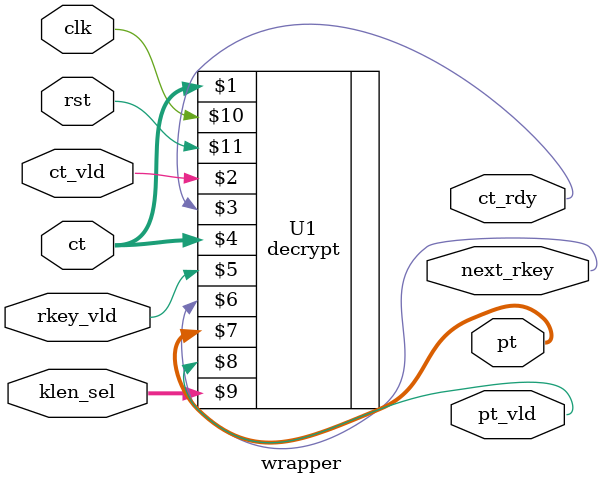
<source format=v>
module wrapper (input	[0:127]	ct,
	input	ct_vld,
	output	ct_rdy,
	
	input	rkey_vld,
	output	next_rkey,
	
	output	[0:127]	pt,
	output	pt_vld,
	
	input	[0:1]	klen_sel,	
	
	input	clk,
	input	rst);


 decrypt U1 (
	ct,
	ct_vld,
	ct_rdy,
	
        ct ,
	rkey_vld,
	next_rkey,
	
	pt,
	pt_vld,
	
	klen_sel,	
	
	clk,
	rst
	);

endmodule

</source>
